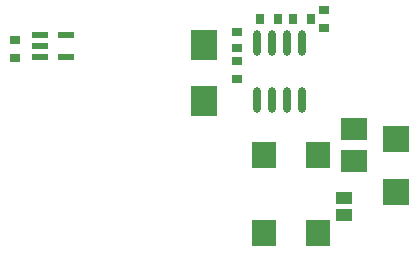
<source format=gbp>
%FSLAX24Y24*%
%MOIN*%
G70*
G01*
G75*
G04 Layer_Color=128*
%ADD10R,0.0236X0.0433*%
%ADD11R,0.0925X0.0197*%
%ADD12R,0.0984X0.0925*%
%ADD13R,0.0709X0.0472*%
%ADD14R,0.0610X0.0236*%
%ADD15O,0.0610X0.0236*%
%ADD16R,0.1102X0.1102*%
%ADD17O,0.0256X0.0098*%
%ADD18O,0.0098X0.0256*%
%ADD19R,0.0354X0.0252*%
%ADD20R,0.0354X0.0161*%
%ADD21O,0.0236X0.0610*%
%ADD22R,0.0236X0.0610*%
%ADD23R,0.0472X0.0709*%
%ADD24O,0.0276X0.0118*%
%ADD25R,0.0748X0.0354*%
%ADD26O,0.0827X0.0177*%
%ADD27R,0.0571X0.0217*%
%ADD28R,0.0571X0.0217*%
%ADD29R,0.0630X0.0276*%
%ADD30R,0.0374X0.0512*%
%ADD31R,0.0354X0.0276*%
%ADD32R,0.0276X0.0354*%
G04:AMPARAMS|DCode=33|XSize=35.4mil|YSize=27.6mil|CornerRadius=0mil|HoleSize=0mil|Usage=FLASHONLY|Rotation=225.000|XOffset=0mil|YOffset=0mil|HoleType=Round|Shape=Rectangle|*
%AMROTATEDRECTD33*
4,1,4,0.0028,0.0223,0.0223,0.0028,-0.0028,-0.0223,-0.0223,-0.0028,0.0028,0.0223,0.0*
%
%ADD33ROTATEDRECTD33*%

%ADD34R,0.0551X0.0433*%
%ADD35R,0.0453X0.0236*%
%ADD36R,0.0335X0.0315*%
%ADD37C,0.0250*%
%ADD38C,0.0100*%
%ADD39C,0.0200*%
%ADD40C,0.0150*%
%ADD41C,0.0300*%
%ADD42R,0.0500X0.0500*%
%ADD43C,0.0500*%
%ADD44R,0.0787X0.0315*%
%ADD45R,0.0394X0.0394*%
%ADD46C,0.0394*%
%ADD47C,0.0240*%
%ADD48C,0.0260*%
%ADD49C,0.0300*%
%ADD50O,0.0236X0.0866*%
%ADD51R,0.0886X0.0768*%
%ADD52R,0.0886X0.1004*%
%ADD53R,0.0906X0.0906*%
%ADD54R,0.0827X0.0906*%
%ADD55C,0.0098*%
%ADD56C,0.0236*%
%ADD57C,0.0039*%
%ADD58C,0.0079*%
%ADD59C,0.0047*%
%ADD60C,0.0063*%
%ADD61C,0.0060*%
%ADD62R,0.0316X0.0513*%
%ADD63R,0.1005X0.0277*%
%ADD64R,0.1064X0.1005*%
%ADD65R,0.0789X0.0552*%
%ADD66R,0.0690X0.0316*%
%ADD67O,0.0690X0.0316*%
%ADD68R,0.1182X0.1182*%
%ADD69O,0.0336X0.0178*%
%ADD70O,0.0178X0.0336*%
%ADD71R,0.0434X0.0332*%
%ADD72R,0.0434X0.0241*%
%ADD73O,0.0316X0.0690*%
%ADD74R,0.0316X0.0690*%
%ADD75R,0.0552X0.0789*%
%ADD76O,0.0356X0.0198*%
%ADD77R,0.0828X0.0434*%
%ADD78O,0.0907X0.0257*%
%ADD79R,0.0651X0.0297*%
%ADD80R,0.0651X0.0297*%
%ADD81R,0.0710X0.0356*%
%ADD82R,0.0454X0.0592*%
%ADD83R,0.0434X0.0356*%
%ADD84R,0.0356X0.0434*%
G04:AMPARAMS|DCode=85|XSize=43.4mil|YSize=35.6mil|CornerRadius=0mil|HoleSize=0mil|Usage=FLASHONLY|Rotation=225.000|XOffset=0mil|YOffset=0mil|HoleType=Round|Shape=Rectangle|*
%AMROTATEDRECTD85*
4,1,4,0.0028,0.0279,0.0279,0.0028,-0.0028,-0.0279,-0.0279,-0.0028,0.0028,0.0279,0.0*
%
%ADD85ROTATEDRECTD85*%

%ADD86R,0.0631X0.0513*%
%ADD87R,0.0533X0.0316*%
%ADD88R,0.0415X0.0395*%
%ADD89R,0.0580X0.0580*%
%ADD90C,0.0580*%
%ADD91C,0.0080*%
%ADD92R,0.0867X0.0395*%
%ADD93R,0.0474X0.0474*%
%ADD94C,0.0474*%
%ADD95C,0.0320*%
%ADD96C,0.0380*%
%ADD97O,0.0316X0.0946*%
%ADD98R,0.0966X0.0848*%
%ADD99R,0.0966X0.1084*%
%ADD100R,0.0986X0.0986*%
%ADD101R,0.0907X0.0986*%
%ADD102C,0.0340*%
D27*
X29877Y34276D02*
D03*
D28*
X29877Y34650D02*
D03*
Y35024D02*
D03*
X30723D02*
D03*
Y34276D02*
D03*
D31*
X29050Y34255D02*
D03*
Y34845D02*
D03*
X36450Y34145D02*
D03*
Y33555D02*
D03*
X39350Y35255D02*
D03*
Y35845D02*
D03*
D32*
X37205Y35550D02*
D03*
X37795D02*
D03*
X38895D02*
D03*
X38305D02*
D03*
D34*
X40000Y29595D02*
D03*
Y29005D02*
D03*
D36*
X36450Y35126D02*
D03*
Y34574D02*
D03*
D50*
X38600Y32855D02*
D03*
X38100D02*
D03*
X37600D02*
D03*
X37100D02*
D03*
X38600Y34745D02*
D03*
X38100D02*
D03*
X37600D02*
D03*
X37100D02*
D03*
D51*
X40350Y31891D02*
D03*
Y30809D02*
D03*
D52*
X35350Y32815D02*
D03*
Y34685D02*
D03*
D53*
X41750Y31536D02*
D03*
Y29764D02*
D03*
D54*
X37344Y28400D02*
D03*
X39156D02*
D03*
Y31000D02*
D03*
X37344D02*
D03*
M02*

</source>
